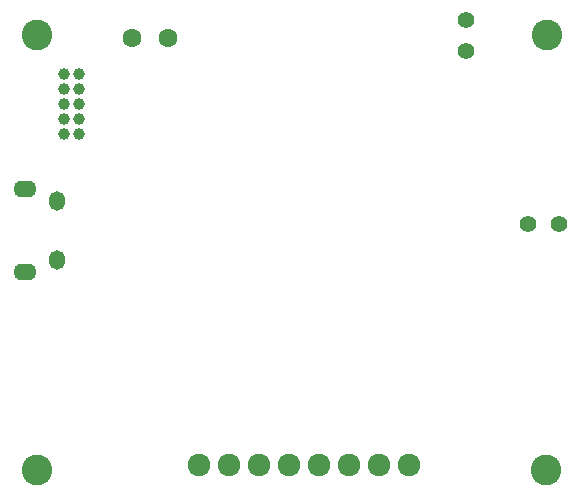
<source format=gbr>
G04 #@! TF.FileFunction,Soldermask,Bot*
%FSLAX46Y46*%
G04 Gerber Fmt 4.6, Leading zero omitted, Abs format (unit mm)*
G04 Created by KiCad (PCBNEW 4.0.4-stable) date 10/24/16 21:05:07*
%MOMM*%
%LPD*%
G01*
G04 APERTURE LIST*
%ADD10C,0.100000*%
%ADD11C,1.924000*%
%ADD12O,1.350000X1.650000*%
%ADD13O,1.950000X1.400000*%
%ADD14C,1.600000*%
%ADD15C,1.400000*%
%ADD16C,2.600000*%
%ADD17C,1.000000*%
G04 APERTURE END LIST*
D10*
D11*
X100076000Y-117729000D03*
X102616000Y-117729000D03*
X105156000Y-117729000D03*
X107696000Y-117729000D03*
X110236000Y-117729000D03*
X112776000Y-117729000D03*
X115316000Y-117729000D03*
X117856000Y-117729000D03*
D12*
X88044000Y-95346000D03*
X88044000Y-100346000D03*
D13*
X85344000Y-94346000D03*
X85344000Y-101346000D03*
D14*
X97409000Y-81534000D03*
X94361000Y-81534000D03*
D15*
X130556000Y-97282000D03*
X127889000Y-97282000D03*
X122682000Y-80010000D03*
X122682000Y-82677000D03*
D16*
X86360000Y-118110000D03*
X129413000Y-118110000D03*
X129540000Y-81280000D03*
X86360000Y-81280000D03*
D17*
X88646000Y-84582000D03*
X89916000Y-84582000D03*
X88646000Y-85852000D03*
X89916000Y-85852000D03*
X88646000Y-87122000D03*
X89916000Y-87122000D03*
X88646000Y-88392000D03*
X89916000Y-88392000D03*
X88646000Y-89662000D03*
X89916000Y-89662000D03*
M02*

</source>
